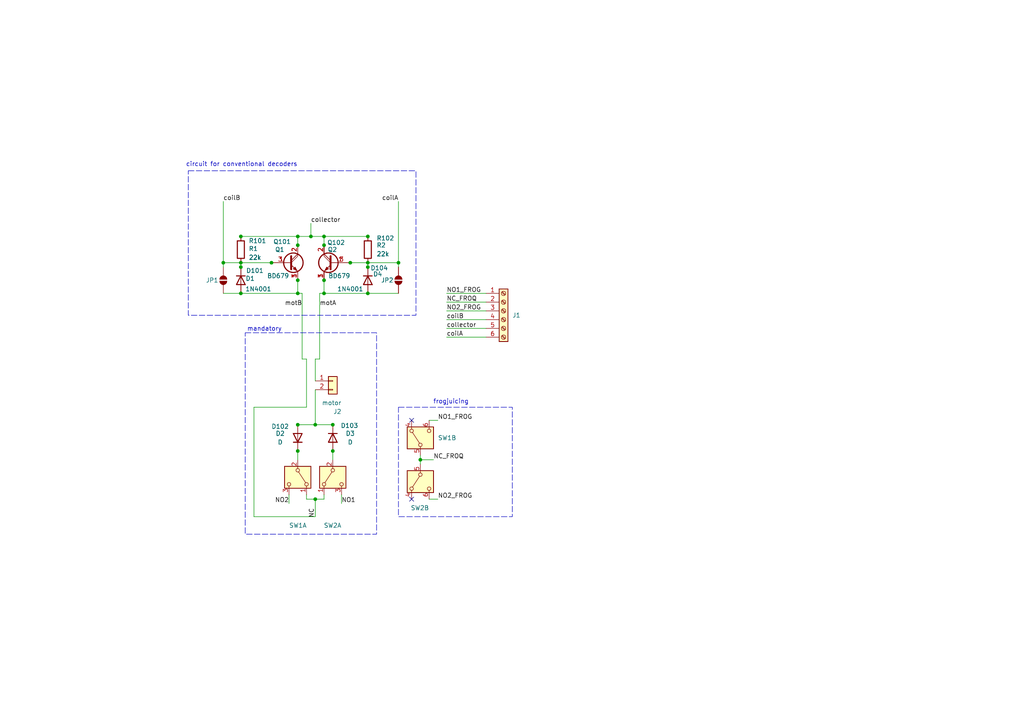
<source format=kicad_sch>
(kicad_sch (version 20231120) (generator "eeschema") (generator_version "8.0")
  (paper "A4")
  (lib_symbols
    (symbol "Connector:Screw_Terminal_01x06" (pin_names (offset 1.016) hide)
      (property "Reference" "J" (at 0 7.62 0))
      (property "Value" "Screw_Terminal_01x06" (at 0 -10.16 0))
      (symbol "Screw_Terminal_01x06_1_1"
        (rectangle (start -1.27 6.35) (end 1.27 -8.89) (stroke (width 0.254)) (fill (type background)))
        (circle (center 0 -7.62) (radius 0.635) (stroke (width 0.1524)))
        (circle (center 0 -5.08) (radius 0.635) (stroke (width 0.1524)))
        (circle (center 0 -2.54) (radius 0.635) (stroke (width 0.1524)))
        (polyline (pts (xy -0.5334 -7.2898) (xy 0.3302 -8.128)) (stroke (width 0.1524)))
        (polyline (pts (xy -0.5334 -4.7498) (xy 0.3302 -5.588)) (stroke (width 0.1524)))
        (polyline (pts (xy -0.5334 -2.2098) (xy 0.3302 -3.048)) (stroke (width 0.1524)))
        (polyline (pts (xy -0.5334 0.3302) (xy 0.3302 -0.508)) (stroke (width 0.1524)))
        (polyline (pts (xy -0.5334 2.8702) (xy 0.3302 2.032)) (stroke (width 0.1524)))
        (polyline (pts (xy -0.5334 5.4102) (xy 0.3302 4.572)) (stroke (width 0.1524)))
        (polyline (pts (xy -0.3556 -7.112) (xy 0.508 -7.9502)) (stroke (width 0.1524)))
        (polyline (pts (xy -0.3556 -4.572) (xy 0.508 -5.4102)) (stroke (width 0.1524)))
        (polyline (pts (xy -0.3556 -2.032) (xy 0.508 -2.8702)) (stroke (width 0.1524)))
        (polyline (pts (xy -0.3556 0.508) (xy 0.508 -0.3302)) (stroke (width 0.1524)))
        (polyline (pts (xy -0.3556 3.048) (xy 0.508 2.2098)) (stroke (width 0.1524)))
        (polyline (pts (xy -0.3556 5.588) (xy 0.508 4.7498)) (stroke (width 0.1524)))
        (circle (center 0 0) (radius 0.635) (stroke (width 0.1524)))
        (circle (center 0 2.54) (radius 0.635) (stroke (width 0.1524)))
        (circle (center 0 5.08) (radius 0.635) (stroke (width 0.1524)))
        (pin passive line (at -5.08 5.08 0) (length 3.81) (name "Pin_1") (number "1"))
        (pin passive line (at -5.08 2.54 0) (length 3.81) (name "Pin_2") (number "2"))
        (pin passive line (at -5.08 0 0) (length 3.81) (name "Pin_3") (number "3"))
        (pin passive line (at -5.08 -2.54 0) (length 3.81) (name "Pin_4") (number "4"))
        (pin passive line (at -5.08 -5.08 0) (length 3.81) (name "Pin_5") (number "5"))
        (pin passive line (at -5.08 -7.62 0) (length 3.81) (name "Pin_6") (number "6"))
      )
    )
    (symbol "Connector_Generic:Conn_01x02" (pin_names (offset 1.016) hide)
      (property "Reference" "J" (at 0 2.54 0))
      (property "Value" "Conn_01x02" (at 0 -5.08 0))
      (symbol "Conn_01x02_1_1"
        (rectangle (start -1.27 -2.413) (end 0 -2.667) (stroke (width 0.1524)))
        (rectangle (start -1.27 0.127) (end 0 -0.127) (stroke (width 0.1524)))
        (rectangle (start -1.27 1.27) (end 1.27 -3.81) (stroke (width 0.254)) (fill (type background)))
        (pin passive line (at -5.08 0 0) (length 3.81) (name "Pin_1") (number "1"))
        (pin passive line (at -5.08 -2.54 0) (length 3.81) (name "Pin_2") (number "2"))
      )
    )
    (symbol "Device:D" (pin_numbers hide) (pin_names (offset 1.016) hide)
      (property "Reference" "D" (at 0 2.54 0))
      (property "Value" "D" (at 0 -2.54 0))
      (symbol "D_0_1"
        (polyline (pts (xy -1.27 1.27) (xy -1.27 -1.27)) (stroke (width 0.254)))
        (polyline (pts (xy 1.27 0) (xy -1.27 0)))
        (polyline (pts (xy 1.27 1.27) (xy 1.27 -1.27) (xy -1.27 0) (xy 1.27 1.27)) (stroke (width 0.254)))
      )
      (symbol "D_1_1"
        (pin passive line (at -3.81 0 0) (length 2.54) (name "K") (number "1"))
        (pin passive line (at 3.81 0 180) (length 2.54) (name "A") (number "2"))
      )
    )
    (symbol "Device:R" (pin_numbers hide) (pin_names (offset 0))
      (property "Reference" "R" (at 2.032 0 90))
      (property "Value" "R" (at 0 0 90))
      (symbol "R_0_1"
        (rectangle (start -1.016 -2.54) (end 1.016 2.54) (stroke (width 0.254)))
      )
      (symbol "R_1_1"
        (pin passive line (at 0 3.81 270) (length 1.27) (name "~") (number "1"))
        (pin passive line (at 0 -3.81 90) (length 1.27) (name "~") (number "2"))
      )
    )
    (symbol "Diode:1N4001" (pin_numbers hide) (pin_names hide)
      (property "Reference" "D" (at 0 2.54 0))
      (property "Value" "1N4001" (at 0 -2.54 0))
      (symbol "1N4001_0_1"
        (polyline (pts (xy -1.27 1.27) (xy -1.27 -1.27)) (stroke (width 0.254)))
        (polyline (pts (xy 1.27 0) (xy -1.27 0)))
        (polyline (pts (xy 1.27 1.27) (xy 1.27 -1.27) (xy -1.27 0) (xy 1.27 1.27)) (stroke (width 0.254)))
      )
      (symbol "1N4001_1_1"
        (pin passive line (at -3.81 0 0) (length 2.54) (name "K") (number "1"))
        (pin passive line (at 3.81 0 180) (length 2.54) (name "A") (number "2"))
      )
    )
    (symbol "Jumper:SolderJumper_2_Open" (pin_numbers hide) (pin_names (offset 0) hide) (exclude_from_sim yes) (in_bom no)
      (property "Reference" "JP" (at 0 2.032 0))
      (property "Value" "SolderJumper_2_Open" (at 0 -2.54 0))
      (symbol "SolderJumper_2_Open_0_1"
        (arc (start -0.254 1.016) (mid -1.2656 0) (end -0.254 -1.016))
        (arc (start -0.254 1.016) (mid -1.2656 0) (end -0.254 -1.016) (fill (type outline)))
        (polyline (pts (xy -0.254 1.016) (xy -0.254 -1.016)))
        (polyline (pts (xy 0.254 1.016) (xy 0.254 -1.016)))
        (arc (start 0.254 -1.016) (mid 1.2656 0) (end 0.254 1.016))
        (arc (start 0.254 -1.016) (mid 1.2656 0) (end 0.254 1.016) (fill (type outline)))
      )
      (symbol "SolderJumper_2_Open_1_1"
        (pin passive line (at -3.81 0 0) (length 2.54) (name "A") (number "1"))
        (pin passive line (at 3.81 0 180) (length 2.54) (name "B") (number "2"))
      )
    )
    (symbol "Switch:SW_DPDT_x2" (pin_names (offset 0) hide)
      (property "Reference" "SW" (at 0 5.08 0))
      (property "Value" "SW_DPDT_x2" (at 0 -5.08 0))
      (symbol "SW_DPDT_x2_0_0"
        (circle (center -2.032 0) (radius 0.508))
        (circle (center 2.032 -2.54) (radius 0.508))
      )
      (symbol "SW_DPDT_x2_0_1"
        (rectangle (start -3.175 3.81) (end 3.175 -3.81) (stroke (width 0.254)) (fill (type background)))
        (polyline (pts (xy -1.524 0.254) (xy 1.5748 2.286)))
        (circle (center 2.032 2.54) (radius 0.508))
      )
      (symbol "SW_DPDT_x2_1_1"
        (pin passive line (at 5.08 2.54 180) (length 2.54) (name "A") (number "1"))
        (pin passive line (at -5.08 0 0) (length 2.54) (name "B") (number "2"))
        (pin passive line (at 5.08 -2.54 180) (length 2.54) (name "C") (number "3"))
      )
      (symbol "SW_DPDT_x2_2_1"
        (pin passive line (at 5.08 2.54 180) (length 2.54) (name "A") (number "4"))
        (pin passive line (at -5.08 0 0) (length 2.54) (name "B") (number "5"))
        (pin passive line (at 5.08 -2.54 180) (length 2.54) (name "C") (number "6"))
      )
    )
    (symbol "Transistor_BJT:BD135" (pin_names (offset 0) hide)
      (property "Reference" "Q" (at 5.08 1.905 0))
      (property "Value" "BD135" (at 5.08 0 0))
      (symbol "BD135_0_1"
        (polyline (pts (xy 0 0) (xy 0.635 0)))
        (polyline (pts (xy 2.54 -2.54) (xy 0.635 -0.635)))
        (polyline (pts (xy 2.54 2.54) (xy 0.635 0.635)))
        (polyline (pts (xy 0.635 1.905) (xy 0.635 -1.905) (xy 0.635 -1.905)) (stroke (width 0.508)) (fill (type outline)))
        (polyline (pts (xy 1.2446 -1.778) (xy 1.7526 -1.27) (xy 2.286 -2.286) (xy 1.2446 -1.778) (xy 1.2446 -1.778)) (fill (type outline)))
        (circle (center 1.27 0) (radius 2.8194) (stroke (width 0.3048)))
      )
      (symbol "BD135_1_1"
        (pin passive line (at 2.54 -5.08 90) (length 2.54) (name "E") (number "1"))
        (pin passive line (at 2.54 5.08 270) (length 2.54) (name "C") (number "2"))
        (pin input line (at -5.08 0 0) (length 5.08) (name "B") (number "3"))
      )
    )
    (symbol "custom_kicad_lib_sk:4A_DARLINGTON" (pin_names (offset 0) hide)
      (property "Reference" "Q" (at 4.572 1.27 0))
      (property "Value" "4A_DARLINGTON" (at 4.572 -1.27 0))
      (symbol "4A_DARLINGTON_0_1"
        (polyline (pts (xy 0.635 0.635) (xy 2.54 2.54)))
        (polyline (pts (xy 0.635 -0.635) (xy 2.54 -2.54) (xy 2.54 -2.54)))
        (polyline (pts (xy 0.635 0) (xy 2.54 1.905) (xy 2.54 2.54)))
        (polyline (pts (xy 0.635 1.905) (xy 0.635 -1.905) (xy 0.635 -1.905)) (stroke (width 0.508)))
        (polyline (pts (xy 1.27 -1.778) (xy 1.778 -1.27) (xy 2.286 -2.286) (xy 1.27 -1.778) (xy 1.27 -1.778)) (fill (type outline)))
        (circle (center 1.27 0) (radius 2.8194) (stroke (width 0.254)))
      )
      (symbol "4A_DARLINGTON_1_1"
        (pin input line (at -5.08 0 0) (length 5.715) (name "B") (number "1"))
        (pin passive line (at 2.54 5.08 270) (length 2.54) (name "C") (number "2"))
        (pin passive line (at 2.54 -5.08 90) (length 2.54) (name "E") (number "3"))
      )
    )
    (symbol "custom_kicad_lib_sk:SS26F" (pin_numbers hide) (pin_names (offset 1.016) hide)
      (property "Reference" "D" (at 0 2.54 0))
      (symbol "SS26F_0_1"
        (polyline (pts (xy -1.27 2.54) (xy -1.27 0)) (stroke (width 0.254)))
        (polyline (pts (xy 1.27 1.27) (xy -1.27 1.27)))
        (polyline (pts (xy 1.27 2.54) (xy 1.27 0) (xy -1.27 1.27) (xy 1.27 2.54)) (stroke (width 0.254)))
      )
      (symbol "SS26F_1_1"
        (pin passive line (at -3.81 1.27 0) (length 2.54) (name "K") (number "1"))
        (pin passive line (at 3.81 1.27 180) (length 2.54) (name "A") (number "2"))
      )
    )
  )
  (junction (at 93.98 68.58))
  (junction (at 69.85 76.2))
  (junction (at 69.85 68.58))
  (junction (at 101.6 76.2))
  (junction (at 106.68 76.2))
  (junction (at 86.36 85.09))
  (junction (at 64.77 76.2))
  (junction (at 86.36 71.12))
  (junction (at 86.36 68.58))
  (junction (at 91.44 144.78))
  (junction (at 93.98 81.28))
  (junction (at 106.68 68.58))
  (junction (at 96.52 130.81))
  (junction (at 86.36 130.81))
  (junction (at 69.85 85.09))
  (junction (at 91.44 123.19))
  (junction (at 86.36 81.28))
  (junction (at 106.68 85.09))
  (junction (at 93.98 85.09))
  (junction (at 121.92 133.35))
  (junction (at 93.98 71.12))
  (junction (at 90.17 68.58))
  (junction (at 106.68 77.47))
  (junction (at 78.74 76.2))
  (junction (at 86.36 123.19))
  (junction (at 115.57 76.2))
  (junction (at 69.85 77.47))
  (junction (at 96.52 123.19))
  (no_connect (at 119.38 121.92))
  (no_connect (at 119.38 144.78))
  (wire (pts (xy 69.85 76.2) (xy 69.85 77.47)))
  (wire (pts (xy 86.36 68.58) (xy 86.36 71.12)))
  (wire (pts (xy 106.68 76.2) (xy 106.68 77.47)))
  (wire (pts (xy 127 144.78) (xy 124.46 144.78)))
  (wire (pts (xy 87.63 85.09) (xy 86.36 85.09)))
  (wire (pts (xy 121.92 133.35) (xy 121.92 134.62)))
  (wire (pts (xy 93.98 85.09) (xy 93.98 81.28)))
  (wire (pts (xy 88.9 104.14) (xy 87.63 104.14)))
  (wire (pts (xy 91.44 104.14) (xy 91.44 110.49)))
  (wire (pts (xy 93.98 144.78) (xy 91.44 144.78)))
  (wire (pts (xy 88.9 104.14) (xy 88.9 118.11)))
  (wire (pts (xy 90.17 68.58) (xy 93.98 68.58)))
  (wire (pts (xy 73.66 118.11) (xy 88.9 118.11)))
  (wire (pts (xy 115.57 58.42) (xy 115.57 76.2)))
  (wire (pts (xy 83.82 143.51) (xy 83.82 146.05)))
  (wire (pts (xy 96.52 133.35) (xy 96.52 130.81)))
  (wire (pts (xy 90.17 64.77) (xy 90.17 68.58)))
  (wire (pts (xy 99.06 143.51) (xy 99.06 146.05)))
  (wire (pts (xy 140.97 90.17) (xy 129.54 90.17)))
  (wire (pts (xy 101.6 76.2) (xy 106.68 76.2)))
  (wire (pts (xy 91.44 123.19) (xy 86.36 123.19)))
  (wire (pts (xy 106.68 85.09) (xy 93.98 85.09)))
  (wire (pts (xy 92.71 85.09) (xy 92.71 104.14)))
  (wire (pts (xy 93.98 68.58) (xy 93.98 71.12)))
  (wire (pts (xy 88.9 144.78) (xy 88.9 143.51)))
  (wire (pts (xy 127 121.92) (xy 124.46 121.92)))
  (wire (pts (xy 69.85 76.2) (xy 78.74 76.2)))
  (wire (pts (xy 86.36 68.58) (xy 90.17 68.58)))
  (wire (pts (xy 140.97 92.71) (xy 129.54 92.71)))
  (wire (pts (xy 140.97 97.79) (xy 129.54 97.79)))
  (wire (pts (xy 91.44 113.03) (xy 91.44 123.19)))
  (wire (pts (xy 91.44 104.14) (xy 92.71 104.14)))
  (wire (pts (xy 69.85 85.09) (xy 86.36 85.09)))
  (wire (pts (xy 64.77 85.09) (xy 69.85 85.09)))
  (wire (pts (xy 106.68 85.09) (xy 115.57 85.09)))
  (wire (pts (xy 96.52 123.19) (xy 91.44 123.19)))
  (wire (pts (xy 91.44 144.78) (xy 91.44 149.86)))
  (wire (pts (xy 86.36 133.35) (xy 86.36 130.81)))
  (wire (pts (xy 115.57 76.2) (xy 115.57 77.47)))
  (wire (pts (xy 140.97 87.63) (xy 129.54 87.63)))
  (wire (pts (xy 140.97 85.09) (xy 129.54 85.09)))
  (wire (pts (xy 93.98 144.78) (xy 93.98 143.51)))
  (wire (pts (xy 121.92 133.35) (xy 125.73 133.35)))
  (wire (pts (xy 64.77 58.42) (xy 64.77 76.2)))
  (wire (pts (xy 121.92 132.08) (xy 121.92 133.35)))
  (wire (pts (xy 64.77 76.2) (xy 69.85 76.2)))
  (wire (pts (xy 87.63 85.09) (xy 87.63 104.14)))
  (wire (pts (xy 140.97 95.25) (xy 129.54 95.25)))
  (wire (pts (xy 64.77 76.2) (xy 64.77 77.47)))
  (wire (pts (xy 93.98 68.58) (xy 106.68 68.58)))
  (wire (pts (xy 69.85 68.58) (xy 86.36 68.58)))
  (wire (pts (xy 91.44 144.78) (xy 88.9 144.78)))
  (wire (pts (xy 73.66 149.86) (xy 73.66 118.11)))
  (wire (pts (xy 106.68 76.2) (xy 115.57 76.2)))
  (wire (pts (xy 91.44 149.86) (xy 73.66 149.86)))
  (wire (pts (xy 92.71 85.09) (xy 93.98 85.09)))
  (wire (pts (xy 86.36 85.09) (xy 86.36 81.28)))
  (rectangle (start 115.57 118.11) (end 148.59 149.86) (stroke (width 0) (type dash)))
  (rectangle (start 71.12 96.52) (end 109.22 154.94) (stroke (width 0) (type dash)))
  (rectangle (start 54.61 49.53) (end 120.65 91.44) (stroke (width 0) (type dash)))
  (text "frogjuicing" (at 130.81 116.586 0) (effects (font (size 1.27 1.27))))
  (text "mandatory" (at 76.708 95.504 0) (effects (font (size 1.27 1.27))))
  (text "circuit for conventional decoders" (at 70.104 47.752 0) (effects (font (size 1.27 1.27))))
  (label "NO2_FROG" (at 127 144.78 0))
  (label "coilA" (at 129.54 97.79 0))
  (label "NO2" (at 83.82 146.05 180))
  (label "coilB" (at 64.77 58.42 0))
  (label "coilA" (at 115.57 58.42 180))
  (label "collector" (at 90.17 64.77 0))
  (label "motA" (at 92.71 88.9 0))
  (label "NC_FROQ" (at 125.73 133.35 0))
  (label "NO2_FROG" (at 129.54 90.17 0))
  (label "coilB" (at 129.54 92.71 0))
  (label "NO1" (at 99.06 146.05 0))
  (label "NC" (at 91.44 147.32 270))
  (label "collector" (at 129.54 95.25 0))
  (label "NC_FROQ" (at 129.54 87.63 0))
  (label "NO1_FROG" (at 129.54 85.09 0))
  (label "NO1_FROG" (at 127 121.92 0))
  (label "motB" (at 87.63 88.9 180))
  (symbol (lib_id "custom_kicad_lib_sk:SS26F") (at 95.25 127 270) (unit 1)
    (property "Reference" "D103" (at 98.806 123.444 90) (effects (justify left)))
    (property "Value" "SS26F" (effects (hide yes)))
    (property "Footprint" "Diode_SMD:D_SMA" (effects (hide yes)))
    (property "Description" "Diode" (effects (hide yes)))
    (property "Sim.Device" "D" (effects (hide yes)))
    (property "Sim.Pins" "1=K 2=A" (effects (hide yes)))
    (property "JLCPCB Part#" "C2758577" (effects (hide yes)))
  )
  (symbol (lib_id "Device:R") (at 69.85 72.39 0) (unit 1)
    (property "Reference" "R101" (at 72.136 69.85 0) (effects (justify left)))
    (property "Value" "22k" (at 72.136 74.676 0) (effects (justify left)))
    (property "Footprint" "Resistor_SMD:R_0805_2012Metric" (effects (hide yes)))
    (property "Description" "Resistor" (effects (hide yes)))
  )
  (symbol (lib_id "custom_kicad_lib_sk:SS26F") (at 68.58 81.28 270) (unit 1)
    (property "Reference" "D101" (at 71.374 78.486 90) (effects (justify left)))
    (property "Value" "SS26F" (effects (hide yes)))
    (property "Footprint" "Diode_SMD:D_SMA" (effects (hide yes)))
    (property "Description" "Diode" (effects (hide yes)))
    (property "Sim.Device" "D" (effects (hide yes)))
    (property "Sim.Pins" "1=K 2=A" (effects (hide yes)))
    (property "JLCPCB Part#" "C2758577" (effects (hide yes)))
  )
  (symbol (lib_id "Transistor_BJT:BD135") (at 83.82 76.2 0) (unit 1)
    (property "Reference" "Q1" (at 79.756 72.39 0) (effects (justify left)))
    (property "Value" "BD679" (at 77.47 80.01 0) (effects (justify left)))
    (property "Footprint" "Package_TO_SOT_THT:TO-126-3_Vertical" (effects (hide yes)))
    (property "Datasheet" "http://www.st.com/internet/com/TECHNICAL_RESOURCES/TECHNICAL_LITERATURE/DATASHEET/CD00001225.pdf" (effects (hide yes)))
    (property "Description" "1.5A Ic, 45V Vce, Low Voltage Transistor, TO-126" (effects (hide yes)))
  )
  (symbol (lib_id "Device:R") (at 106.68 72.39 0) (unit 1)
    (property "Reference" "R102" (at 109.22 69.088 0) (effects (justify left)))
    (property "Value" "22k" (at 109.22 73.6599 0) (effects (justify left)))
    (property "Footprint" "Resistor_SMD:R_0805_2012Metric" (effects (hide yes)))
    (property "Description" "Resistor" (effects (hide yes)))
  )
  (symbol (lib_id "Switch:SW_DPDT_x2") (at 96.52 138.43 90) (mirror x) (unit 1)
    (property "Reference" "SW2" (at 99.06 152.4 90) (effects (justify left)))
    (property "Value" "SW_DPDT_x2" (effects (hide yes)))
    (property "Footprint" "custom_kicad_lib_sk:DPDT_LIMIT_SWITCH" (effects (hide yes)))
    (property "Description" "Switch, dual pole double throw, separate symbols" (effects (hide yes)))
  )
  (symbol (lib_id "Switch:SW_DPDT_x2") (at 121.92 127 90) (unit 2)
    (property "Reference" "SW1" (at 127 126.9999 90) (effects (justify right)))
    (property "Value" "SW_DPDT_x2" (effects (hide yes)))
    (property "Footprint" "custom_kicad_lib_sk:DPDT_LIMIT_SWITCH" (effects (hide yes)))
    (property "Description" "Switch, dual pole double throw, separate symbols" (effects (hide yes)))
  )
  (symbol (lib_id "Connector:Screw_Terminal_01x06") (at 146.05 90.17 0) (unit 1)
    (property "Reference" "J1" (at 148.59 91.4399 0) (effects (justify left)))
    (property "Value" "Screw_Terminal_01x06" (effects (hide yes)))
    (property "Footprint" "Connector_Phoenix_MC:PhoenixContact_MCV_1,5_6-G-3.5_1x06_P3.50mm_Vertical" (effects (hide yes)))
    (property "Description" "Generic screw terminal, single row, 01x06, script generated (kicad-library-utils/schlib/autogen/connector/)" (effects (hide yes)))
  )
  (symbol (lib_id "Device:D") (at 96.52 127 270) (unit 1)
    (property "Reference" "D3" (at 101.6 125.73 90))
    (property "Value" "D" (at 101.6 128.27 90))
    (property "Footprint" "Diode_THT:D_DO-34_SOD68_P7.62mm_Horizontal" (effects (hide yes)))
    (property "Description" "Diode" (effects (hide yes)))
    (property "Sim.Device" "D" (effects (hide yes)))
    (property "Sim.Pins" "1=K 2=A" (effects (hide yes)))
  )
  (symbol (lib_id "Device:R") (at 106.68 72.39 0) (unit 1)
    (property "Reference" "R2" (at 109.22 71.1199 0) (effects (justify left)))
    (property "Value" "22k" (at 109.22 73.6599 0) (effects (justify left)))
    (property "Footprint" "Resistor_THT:R_Axial_DIN0204_L3.6mm_D1.6mm_P7.62mm_Horizontal" (effects (hide yes)))
    (property "Description" "Resistor" (effects (hide yes)))
  )
  (symbol (lib_id "Device:D") (at 86.36 127 90) (unit 1)
    (property "Reference" "D2" (at 81.28 125.73 90))
    (property "Value" "D" (at 81.28 128.27 90))
    (property "Footprint" "Diode_THT:D_DO-34_SOD68_P7.62mm_Horizontal" (effects (hide yes)))
    (property "Description" "Diode" (effects (hide yes)))
    (property "Sim.Device" "D" (effects (hide yes)))
    (property "Sim.Pins" "1=K 2=A" (effects (hide yes)))
  )
  (symbol (lib_id "Switch:SW_DPDT_x2") (at 86.36 138.43 270) (unit 1)
    (property "Reference" "SW1" (at 83.82 152.4 90) (effects (justify left)))
    (property "Value" "SW_DPDT_x2" (effects (hide yes)))
    (property "Footprint" "custom_kicad_lib_sk:DPDT_LIMIT_SWITCH" (effects (hide yes)))
    (property "Description" "Switch, dual pole double throw, separate symbols" (effects (hide yes)))
  )
  (symbol (lib_id "Device:R") (at 69.85 72.39 0) (unit 1)
    (property "Reference" "R1" (at 72.136 72.136 0) (effects (justify left)))
    (property "Value" "22k" (at 72.136 74.676 0) (effects (justify left)))
    (property "Footprint" "Resistor_THT:R_Axial_DIN0204_L3.6mm_D1.6mm_P7.62mm_Horizontal" (effects (hide yes)))
    (property "Description" "Resistor" (effects (hide yes)))
  )
  (symbol (lib_id "Diode:1N4001") (at 106.68 81.28 270) (unit 1)
    (property "Reference" "D4" (at 108.204 79.502 90) (effects (justify left)))
    (property "Value" "1N4001" (at 97.79 83.82 90) (effects (justify left)))
    (property "Footprint" "Diode_THT:D_DO-34_SOD68_P7.62mm_Horizontal" (effects (hide yes)))
    (property "Datasheet" "http://www.vishay.com/docs/88503/1n4001.pdf" (effects (hide yes)))
    (property "Description" "50V 1A General Purpose Rectifier Diode, DO-41" (effects (hide yes)))
    (property "Sim.Device" "D" (effects (hide yes)))
    (property "Sim.Pins" "1=K 2=A" (effects (hide yes)))
  )
  (symbol (lib_id "Transistor_BJT:BD135") (at 96.52 76.2 0) (mirror y) (unit 1)
    (property "Reference" "Q2" (at 97.79 72.39 0) (effects (justify left)))
    (property "Value" "BD679" (at 101.6 80.01 0) (effects (justify left)))
    (property "Footprint" "Package_TO_SOT_THT:TO-126-3_Vertical" (effects (hide yes)))
    (property "Datasheet" "http://www.st.com/internet/com/TECHNICAL_RESOURCES/TECHNICAL_LITERATURE/DATASHEET/CD00001225.pdf" (effects (hide yes)))
    (property "Description" "1.5A Ic, 45V Vce, Low Voltage Transistor, TO-126" (effects (hide yes)))
  )
  (symbol (lib_id "Diode:1N4001") (at 69.85 81.28 270) (unit 1)
    (property "Reference" "D1" (at 73.914 80.772 90) (effects (justify right)))
    (property "Value" "1N4001" (at 78.74 83.82 90) (effects (justify right)))
    (property "Footprint" "Diode_THT:D_DO-34_SOD68_P7.62mm_Horizontal" (effects (hide yes)))
    (property "Datasheet" "http://www.vishay.com/docs/88503/1n4001.pdf" (effects (hide yes)))
    (property "Description" "50V 1A General Purpose Rectifier Diode, DO-41" (effects (hide yes)))
    (property "Sim.Device" "D" (effects (hide yes)))
    (property "Sim.Pins" "1=K 2=A" (effects (hide yes)))
  )
  (symbol (lib_id "custom_kicad_lib_sk:SS26F") (at 105.41 81.28 270) (unit 1)
    (property "Reference" "D104" (at 107.442 77.724 90) (effects (justify left)))
    (property "Value" "SS26F" (effects (hide yes)))
    (property "Footprint" "Diode_SMD:D_SMA" (effects (hide yes)))
    (property "Description" "Diode" (effects (hide yes)))
    (property "Sim.Device" "D" (effects (hide yes)))
    (property "Sim.Pins" "1=K 2=A" (effects (hide yes)))
    (property "JLCPCB Part#" "C2758577" (effects (hide yes)))
  )
  (symbol (lib_id "custom_kicad_lib_sk:SS26F") (at 87.63 127 90) (unit 1)
    (property "Reference" "D102" (at 83.82 123.698 90) (effects (justify left)))
    (property "Value" "SS26F" (effects (hide yes)))
    (property "Footprint" "Diode_SMD:D_SMA" (effects (hide yes)))
    (property "Description" "Diode" (effects (hide yes)))
    (property "Sim.Device" "D" (effects (hide yes)))
    (property "Sim.Pins" "1=K 2=A" (effects (hide yes)))
    (property "JLCPCB Part#" "C2758577" (effects (hide yes)))
  )
  (symbol (lib_id "custom_kicad_lib_sk:4A_DARLINGTON") (at 96.52 76.2 0) (mirror y) (unit 1)
    (property "Reference" "Q102" (at 100.076 70.358 0) (effects (justify left)))
    (property "Value" "4A_DARLINGTON" (effects (hide yes)))
    (property "Footprint" "Package_TO_SOT_SMD:SOT-89-3" (effects (hide yes)))
    (property "Description" "NPN Darlington transistor, base/collector/emitter" (effects (hide yes)))
    (property "JLCPCB Part#" "C155228" (effects (hide yes)))
  )
  (symbol (lib_id "custom_kicad_lib_sk:4A_DARLINGTON") (at 83.82 76.2 0) (unit 1)
    (property "Reference" "Q101" (at 79.248 70.104 0) (effects (justify left)))
    (property "Value" "4A_DARLINGTON" (effects (hide yes)))
    (property "Footprint" "Package_TO_SOT_SMD:SOT-89-3" (effects (hide yes)))
    (property "Description" "NPN Darlington transistor, base/collector/emitter" (effects (hide yes)))
    (property "JLCPCB Part#" "C155228" (effects (hide yes)))
  )
  (symbol (lib_id "Switch:SW_DPDT_x2") (at 121.92 139.7 90) (mirror x) (unit 2)
    (property "Reference" "SW2" (at 124.46 147.32 90) (effects (justify left)))
    (property "Value" "SW_DPDT_x2" (effects (hide yes)))
    (property "Footprint" "custom_kicad_lib_sk:DPDT_LIMIT_SWITCH" (effects (hide yes)))
    (property "Description" "Switch, dual pole double throw, separate symbols" (effects (hide yes)))
  )
  (symbol (lib_id "Jumper:SolderJumper_2_Open") (at 115.57 81.28 90) (unit 1) (exclude_from_sim yes) (in_bom no)
    (property "Reference" "JP2" (at 110.49 81.28 90) (effects (justify right)))
    (property "Value" "SolderJumper_2_Open" (effects (hide yes)))
    (property "Footprint" "Jumper:SolderJumper-2_P1.3mm_Open_RoundedPad1.0x1.5mm" (effects (hide yes)))
    (property "Description" "Solder Jumper, 2-pole, open" (effects (hide yes)))
  )
  (symbol (lib_id "Connector_Generic:Conn_01x02") (at 96.52 110.49 0) (unit 1)
    (property "Reference" "J2" (at 99.06 119.38 0) (effects (justify right)))
    (property "Value" "motor" (at 99.06 116.84 0) (effects (justify right)))
    (property "Footprint" "custom_kicad_lib_sk:N20_motor_Mk2" (effects (hide yes)))
    (property "Description" "Generic connector, single row, 01x02, script generated (kicad-library-utils/schlib/autogen/connector/)" (effects (hide yes)))
  )
  (symbol (lib_id "Jumper:SolderJumper_2_Open") (at 64.77 81.28 90) (unit 1) (exclude_from_sim yes) (in_bom no)
    (property "Reference" "JP1" (at 59.69 81.28 90) (effects (justify right)))
    (property "Value" "SolderJumper_2_Open" (effects (hide yes)))
    (property "Footprint" "Jumper:SolderJumper-2_P1.3mm_Open_RoundedPad1.0x1.5mm" (effects (hide yes)))
    (property "Description" "Solder Jumper, 2-pole, open" (effects (hide yes)))
  )
)
</source>
